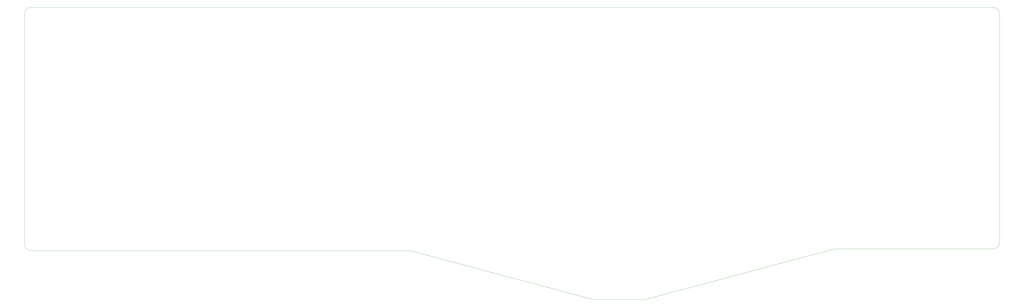
<source format=gbr>
%TF.GenerationSoftware,KiCad,Pcbnew,(5.1.10)-1*%
%TF.CreationDate,2021-06-20T14:11:50-07:00*%
%TF.ProjectId,HSC_Alice,4853435f-416c-4696-9365-2e6b69636164,rev?*%
%TF.SameCoordinates,Original*%
%TF.FileFunction,Profile,NP*%
%FSLAX46Y46*%
G04 Gerber Fmt 4.6, Leading zero omitted, Abs format (unit mm)*
G04 Created by KiCad (PCBNEW (5.1.10)-1) date 2021-06-20 14:11:50*
%MOMM*%
%LPD*%
G01*
G04 APERTURE LIST*
%TA.AperFunction,Profile*%
%ADD10C,0.050000*%
%TD*%
G04 APERTURE END LIST*
D10*
X-662508199Y-174833403D02*
G75*
G02*
X-666013399Y-171323001I-1J3505203D01*
G01*
X-666013396Y-58282600D02*
G75*
G02*
X-662513400Y-54787800I3499996J-5200D01*
G01*
X-190171010Y-54787803D02*
G75*
G02*
X-186664601Y-58292999I6410J-3499997D01*
G01*
X-186664600Y-170388400D02*
G75*
G02*
X-190164600Y-173888400I-3500000J0D01*
G01*
X-361213400Y-198931600D02*
X-267792200Y-173888400D01*
X-386207000Y-198931600D02*
X-361213400Y-198931600D01*
X-476224600Y-174828200D02*
X-386207000Y-198931600D01*
X-666013396Y-58282600D02*
X-666013399Y-171323001D01*
X-532561800Y-54787800D02*
X-662513400Y-54787800D01*
X-284676600Y-54787800D02*
X-532561800Y-54787800D01*
X-190171010Y-54787803D02*
X-284676600Y-54787800D01*
X-186664600Y-170388400D02*
X-186664601Y-58292999D01*
X-267792200Y-173888400D02*
X-190164600Y-173888400D01*
X-662508199Y-174833403D02*
X-476224600Y-174828200D01*
M02*

</source>
